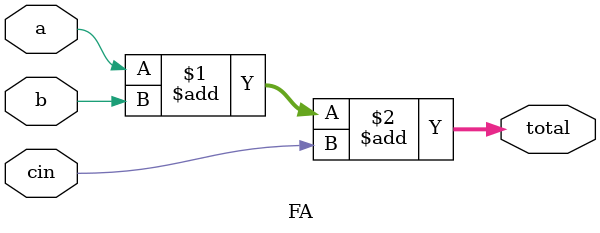
<source format=v>
module Proj_2(m, q, p);     
	input [3:0] m, q;
	output [7:0] p;
	wire [3:0] lineB, lineC, lineD;
	wire [4:0] lineA, adderA, adderB, adderC;
	wire z, gnd;
	assign z = m[0]&q[0];
	assign gnd = 0;
	
	assign lineA = {gnd, m[3]&q[0],m[2]&q[0],m[1]&q[0],m[0]&q[0]};
	assign lineB = {m[3]&q[1],m[2]&q[1],m[1]&q[1],m[0]&q[1]};
	assign lineC = {m[3]&q[2],m[2]&q[2],m[1]&q[2],m[0]&q[2]};
	assign lineD = {m[3]&q[3],m[2]&q[3],m[1]&q[3],m[0]&q[3]};
		
	FourBitAdder bigAdder1 (lineA[4:1], lineB, adderA);
	FourBitAdder bigAdder2 (adderA[4:1], lineC, adderB);
	FourBitAdder bigAdder3 (adderB[4:1], lineD, adderC);
	
	assign p = {adderC, adderB[0], adderA[0], z};
		
endmodule

module FourBitAdder(a, b, sum);
	input [3:0] a, b;
	output [4:0] sum;
	wire [1:0] adderA, adderB, adderC, adderD;
	
	FA adder1 (a[0], b[0], 0, adderA);
	FA adder2 (a[1], b[1], adderA[1], adderB);
	FA adder3 (a[2], b[2], adderB[1], adderC);
	FA adder4 (a[3], b[3], adderC[1], adderD);

	assign sum = {adderD,adderC[0],adderB[0],adderA[0]};
endmodule
	

module FA(a, b, cin, total);     
	input a, b, cin;     
	output [1:0] total;
	assign total = a + b + cin; //add the three bits to form a 2-bit sum 
endmodule
</source>
